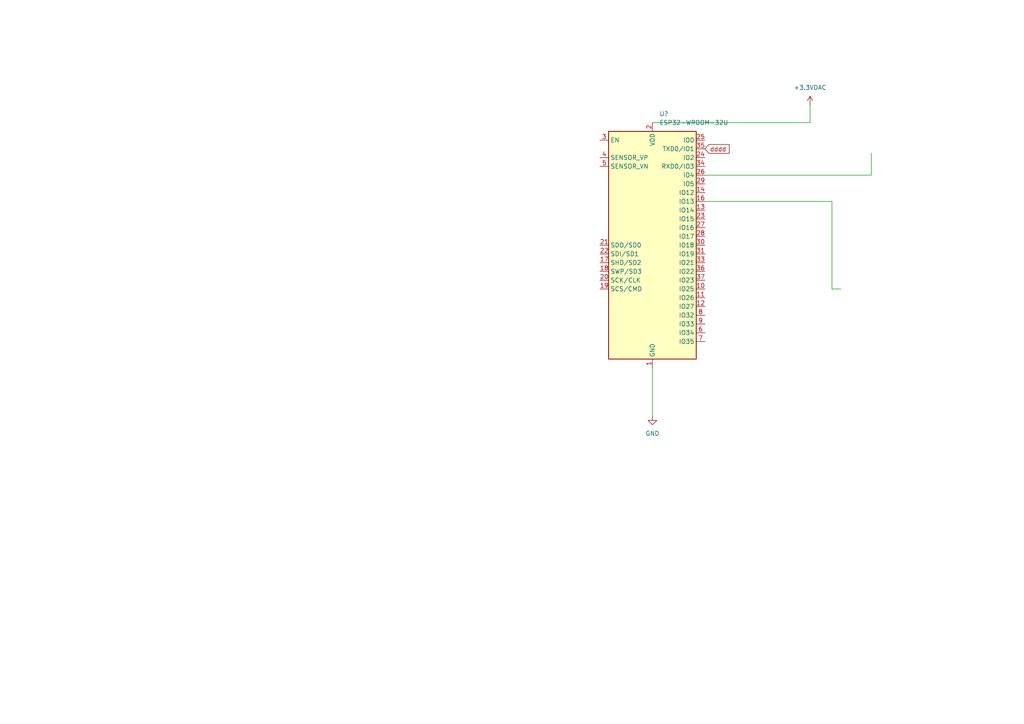
<source format=kicad_sch>
(kicad_sch (version 20211123) (generator eeschema)
  (paper "A4")
  (lib_symbols
    (symbol "RF_Module:ESP32-WROOM-32U"
      (property "Reference" "U" (at -12.7 34.29 0))
      (property "Value" "ESP32-WROOM-32U" (at 1.27 34.29 0))
      (symbol "ESP32-WROOM-32U_0_1"
        (rectangle (start -12.7 33.02) (end 12.7 -33.02) (stroke (width 0.254)) (fill (type background)))
      )
      (symbol "ESP32-WROOM-32U_1_1"
        (pin power_in line (at 0 -35.56 90) (length 2.54) (name "GND") (number "1"))
        (pin bidirectional line (at 15.24 -12.7 180) (length 2.54) (name "IO25") (number "10"))
        (pin bidirectional line (at 15.24 -15.24 180) (length 2.54) (name "IO26") (number "11"))
        (pin bidirectional line (at 15.24 -17.78 180) (length 2.54) (name "IO27") (number "12"))
        (pin bidirectional line (at 15.24 10.16 180) (length 2.54) (name "IO14") (number "13"))
        (pin bidirectional line (at 15.24 15.24 180) (length 2.54) (name "IO12") (number "14"))
        (pin passive line (at 0 -35.56 90) (length 2.54) hide (name "GND") (number "15"))
        (pin bidirectional line (at 15.24 12.7 180) (length 2.54) (name "IO13") (number "16"))
        (pin bidirectional line (at -15.24 -5.08 0) (length 2.54) (name "SHD/SD2") (number "17"))
        (pin bidirectional line (at -15.24 -7.62 0) (length 2.54) (name "SWP/SD3") (number "18"))
        (pin bidirectional line (at -15.24 -12.7 0) (length 2.54) (name "SCS/CMD") (number "19"))
        (pin power_in line (at 0 35.56 270) (length 2.54) (name "VDD") (number "2"))
        (pin bidirectional line (at -15.24 -10.16 0) (length 2.54) (name "SCK/CLK") (number "20"))
        (pin bidirectional line (at -15.24 0 0) (length 2.54) (name "SDO/SD0") (number "21"))
        (pin bidirectional line (at -15.24 -2.54 0) (length 2.54) (name "SDI/SD1") (number "22"))
        (pin bidirectional line (at 15.24 7.62 180) (length 2.54) (name "IO15") (number "23"))
        (pin bidirectional line (at 15.24 25.4 180) (length 2.54) (name "IO2") (number "24"))
        (pin bidirectional line (at 15.24 30.48 180) (length 2.54) (name "IO0") (number "25"))
        (pin bidirectional line (at 15.24 20.32 180) (length 2.54) (name "IO4") (number "26"))
        (pin bidirectional line (at 15.24 5.08 180) (length 2.54) (name "IO16") (number "27"))
        (pin bidirectional line (at 15.24 2.54 180) (length 2.54) (name "IO17") (number "28"))
        (pin bidirectional line (at 15.24 17.78 180) (length 2.54) (name "IO5") (number "29"))
        (pin input line (at -15.24 30.48 0) (length 2.54) (name "EN") (number "3"))
        (pin bidirectional line (at 15.24 0 180) (length 2.54) (name "IO18") (number "30"))
        (pin bidirectional line (at 15.24 -2.54 180) (length 2.54) (name "IO19") (number "31"))
        (pin no_connect line (at -12.7 -27.94 0) (length 2.54) hide (name "NC") (number "32"))
        (pin bidirectional line (at 15.24 -5.08 180) (length 2.54) (name "IO21") (number "33"))
        (pin bidirectional line (at 15.24 22.86 180) (length 2.54) (name "RXD0/IO3") (number "34"))
        (pin bidirectional line (at 15.24 27.94 180) (length 2.54) (name "TXD0/IO1") (number "35"))
        (pin bidirectional line (at 15.24 -7.62 180) (length 2.54) (name "IO22") (number "36"))
        (pin bidirectional line (at 15.24 -10.16 180) (length 2.54) (name "IO23") (number "37"))
        (pin passive line (at 0 -35.56 90) (length 2.54) hide (name "GND") (number "38"))
        (pin passive line (at 0 -35.56 90) (length 2.54) hide (name "GND") (number "39"))
        (pin input line (at -15.24 25.4 0) (length 2.54) (name "SENSOR_VP") (number "4"))
        (pin input line (at -15.24 22.86 0) (length 2.54) (name "SENSOR_VN") (number "5"))
        (pin input line (at 15.24 -25.4 180) (length 2.54) (name "IO34") (number "6"))
        (pin input line (at 15.24 -27.94 180) (length 2.54) (name "IO35") (number "7"))
        (pin bidirectional line (at 15.24 -20.32 180) (length 2.54) (name "IO32") (number "8"))
        (pin bidirectional line (at 15.24 -22.86 180) (length 2.54) (name "IO33") (number "9"))
      )
    )
    (symbol "power:+3.3VDAC" (power) (pin_names (offset 0))
      (property "Value" "+3.3VDAC" (at 0 2.54 0))
      (symbol "+3.3VDAC_0_0"
        (pin power_in line (at 0 0 90) (length 0) hide (name "+3.3VDAC") (number "1"))
      )
      (symbol "+3.3VDAC_0_1"
        (polyline (pts (xy -0.762 1.27) (xy 0 2.54)))
        (polyline (pts (xy 0 0) (xy 0 2.54)))
        (polyline (pts (xy 0 2.54) (xy 0.762 1.27)))
      )
    )
    (symbol "power:GND" (power) (pin_names (offset 0))
      (property "Value" "GND" (at 0 -3.81 0))
      (symbol "GND_0_1"
        (polyline (pts (xy 0 0) (xy 0 -1.27) (xy 1.27 -1.27) (xy 0 -2.54) (xy -1.27 -1.27) (xy 0 -1.27)))
      )
      (symbol "GND_1_1"
        (pin power_in line (at 0 0 270) (length 0) hide (name "GND") (number "1"))
      )
    )
  )
  (wire (pts (xy 204.47 58.42) (xy 241.3 58.42)))
  (wire (pts (xy 204.47 50.8) (xy 252.73 50.8)))
  (wire (pts (xy 234.95 35.56) (xy 234.95 30.48)))
  (wire (pts (xy 189.23 35.56) (xy 234.95 35.56)))
  (wire (pts (xy 241.3 58.42) (xy 241.3 83.82)))
  (wire (pts (xy 189.23 106.68) (xy 189.23 120.65)))
  (wire (pts (xy 241.3 83.82) (xy 243.84 83.82)))
  (wire (pts (xy 252.73 44.45) (xy 252.73 50.8)))
  (global_label "dddd" (shape input) (at 204.47 43.18 0) (property "Intersheet References" "${INTERSHEET_REFS}" (effects hide)))
  (symbol (lib_id "power:+3.3VDAC") (at 234.95 30.48 0) (unit 1)
    (property "Reference" "#PWR?" (effects hide))
    (property "Value" "+3.3VDAC" (at 234.95 25.4 0))
  )
  (symbol (lib_id "RF_Module:ESP32-WROOM-32U") (at 189.23 71.12 0) (unit 1)
    (property "Reference" "U?" (at 191.2494 33.02 0) (effects (justify left)))
    (property "Value" "ESP32-WROOM-32U" (at 191.2494 35.56 0) (effects (justify left)))
    (property "Footprint" "RF_Module:ESP32-WROOM-32U" (effects hide))
    (property "Datasheet" "https://www.espressif.com/sites/default/files/documentation/esp32-wroom-32d_esp32-wroom-32u_datasheet_en.pdf" (effects hide))
  )
  (symbol (lib_id "power:GND") (at 189.23 120.65 0) (unit 1)
    (property "Reference" "#PWR?" (effects hide))
    (property "Value" "GND" (at 189.23 125.73 0))
  )
)
</source>
